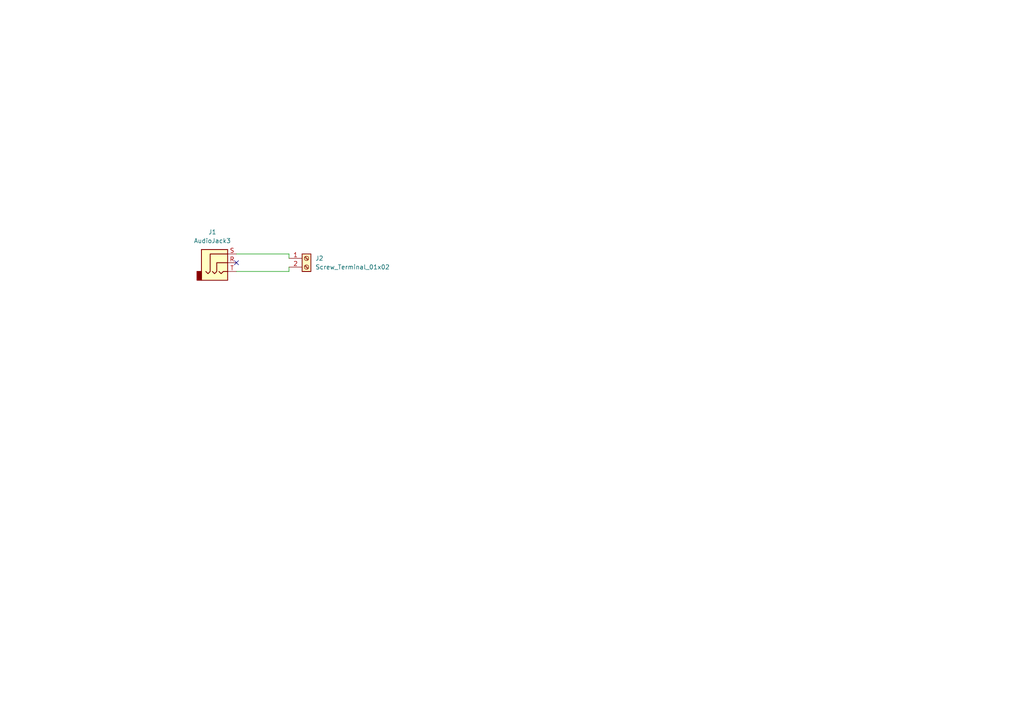
<source format=kicad_sch>
(kicad_sch (version 20250114) (generator "eeschema") (generator_version "9.0")
  (paper "A4")
  (lib_symbols
    (symbol "Connector:Screw_Terminal_01x02" (pin_names (offset 1.016) (hide yes))
      (property "Reference" "J" (at 0 2.54 0))
      (property "Value" "Screw_Terminal_01x02" (at 0 -5.08 0))
      (symbol "Screw_Terminal_01x02_1_1"
        (rectangle (start -1.27 1.27) (end 1.27 -3.81) (stroke (width 0.254)) (fill (type background)))
        (polyline (pts (xy -0.5334 0.3302) (xy 0.3302 -0.508)) (stroke (width 0.1524)))
        (polyline (pts (xy -0.5334 -2.2098) (xy 0.3302 -3.048)) (stroke (width 0.1524)))
        (polyline (pts (xy -0.3556 0.508) (xy 0.508 -0.3302)) (stroke (width 0.1524)))
        (polyline (pts (xy -0.3556 -2.032) (xy 0.508 -2.8702)) (stroke (width 0.1524)))
        (circle (center 0 0) (radius 0.635) (stroke (width 0.1524)))
        (circle (center 0 -2.54) (radius 0.635) (stroke (width 0.1524)))
        (pin passive line (at -5.08 0 0) (length 3.81) (name "Pin_1") (number "1"))
        (pin passive line (at -5.08 -2.54 0) (length 3.81) (name "Pin_2") (number "2"))
      )
    )
    (symbol "Connector_Audio:AudioJack3"
      (property "Reference" "J" (at 0 8.89 0))
      (property "Value" "AudioJack3" (at 0 6.35 0))
      (symbol "AudioJack3_0_1"
        (rectangle (start -5.08 -5.08) (end -6.35 -2.54) (stroke (width 0.254)) (fill (type outline)))
        (polyline (pts (xy -1.905 -2.54) (xy -1.27 -3.175) (xy -0.635 -2.54) (xy -0.635 0) (xy 2.54 0)) (stroke (width 0.254)))
        (polyline (pts (xy 0 -2.54) (xy 0.635 -3.175) (xy 1.27 -2.54) (xy 2.54 -2.54)) (stroke (width 0.254)))
        (rectangle (start 2.54 3.81) (end -5.08 -5.08) (stroke (width 0.254)) (fill (type background)))
        (polyline (pts (xy 2.54 2.54) (xy -2.54 2.54) (xy -2.54 -2.54) (xy -3.175 -3.175) (xy -3.81 -2.54)) (stroke (width 0.254)))
      )
      (symbol "AudioJack3_1_1"
        (pin passive line (at 5.08 2.54 180) (length 2.54) (name "~") (number "S"))
        (pin passive line (at 5.08 0 180) (length 2.54) (name "~") (number "R"))
        (pin passive line (at 5.08 -2.54 180) (length 2.54) (name "~") (number "T"))
      )
    )
  )
  (no_connect (at 68.58 76.2))
  (wire (pts (xy 83.82 78.74) (xy 83.82 77.47)))
  (wire (pts (xy 83.82 73.66) (xy 83.82 74.93)))
  (wire (pts (xy 68.58 73.66) (xy 83.82 73.66)))
  (wire (pts (xy 68.58 78.74) (xy 83.82 78.74)))
  (symbol (lib_id "Connector_Audio:AudioJack3") (at 63.5 76.2 0) (unit 1)
    (property "Reference" "J1" (at 61.595 67.31 0))
    (property "Value" "AudioJack3" (at 61.595 69.85 0))
    (property "Footprint" "Connector_Audio:Jack_3.5mm_CUI_SJ1-3523N_Horizontal" (effects (hide yes)))
    (property "Description" "Audio Jack, 3 Poles (Stereo / TRS)" (effects (hide yes)))
  )
  (symbol (lib_id "Connector:Screw_Terminal_01x02") (at 88.9 74.93 0) (unit 1)
    (property "Reference" "J2" (at 91.44 74.9299 0) (effects (justify left)))
    (property "Value" "Screw_Terminal_01x02" (at 91.44 77.4699 0) (effects (justify left)))
    (property "Footprint" "TerminalBlock_TE-Connectivity:TerminalBlock_TE_282834-2_1x02_P2.54mm_Horizontal" (effects (hide yes)))
    (property "Description" "Generic screw terminal, single row, 01x02, script generated (kicad-library-utils/schlib/autogen/connector/)" (effects (hide yes)))
  )
)
</source>
